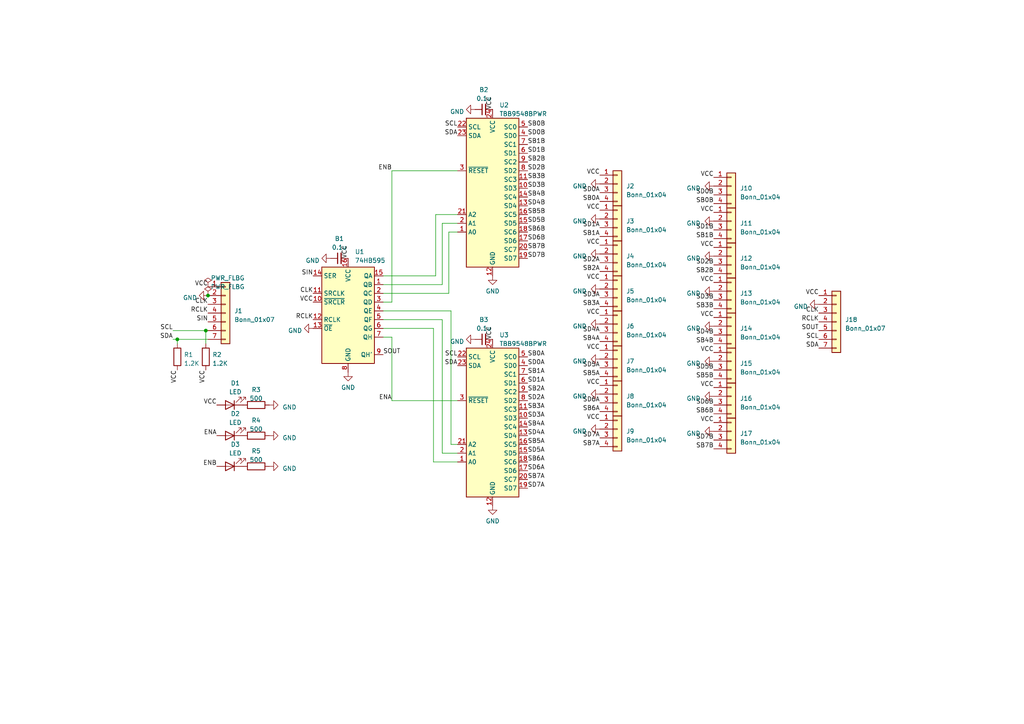
<source format=kicad_sch>
(kicad_sch (version 20230121) (generator eeschema)
  (paper "A4")
  (lib_symbols
    (symbol "74xx:74HC595"
      (property "Reference" "U" (at -7.62 13.97 0))
      (property "Value" "74HC595" (at -7.62 -16.51 0))
      (symbol "74HC595_1_0"
        (pin tri_state line (at 10.16 7.62 180) (length 2.54) (name "QB") (number "1"))
        (pin input line (at -10.16 2.54 0) (length 2.54) (name "~{SRCLR}") (number "10"))
        (pin input line (at -10.16 5.08 0) (length 2.54) (name "SRCLK") (number "11"))
        (pin input line (at -10.16 -2.54 0) (length 2.54) (name "RCLK") (number "12"))
        (pin input line (at -10.16 -5.08 0) (length 2.54) (name "~{OE}") (number "13"))
        (pin input line (at -10.16 10.16 0) (length 2.54) (name "SER") (number "14"))
        (pin tri_state line (at 10.16 10.16 180) (length 2.54) (name "QA") (number "15"))
        (pin power_in line (at 0 15.24 270) (length 2.54) (name "VCC") (number "16"))
        (pin tri_state line (at 10.16 5.08 180) (length 2.54) (name "QC") (number "2"))
        (pin tri_state line (at 10.16 2.54 180) (length 2.54) (name "QD") (number "3"))
        (pin tri_state line (at 10.16 0 180) (length 2.54) (name "QE") (number "4"))
        (pin tri_state line (at 10.16 -2.54 180) (length 2.54) (name "QF") (number "5"))
        (pin tri_state line (at 10.16 -5.08 180) (length 2.54) (name "QG") (number "6"))
        (pin tri_state line (at 10.16 -7.62 180) (length 2.54) (name "QH") (number "7"))
        (pin power_in line (at 0 -17.78 90) (length 2.54) (name "GND") (number "8"))
        (pin output line (at 10.16 -12.7 180) (length 2.54) (name "QH'") (number "9"))
      )
      (symbol "74HC595_1_1"
        (rectangle (start -7.62 12.7) (end 7.62 -15.24) (stroke (width 0.254)) (fill (type background)))
      )
    )
    (symbol "Connector_Generic:Conn_01x04" (pin_names (offset 1.016) hide)
      (property "Reference" "J" (at 0 5.08 0))
      (property "Value" "Conn_01x04" (at 0 -7.62 0))
      (symbol "Conn_01x04_1_1"
        (rectangle (start -1.27 -4.953) (end 0 -5.207) (stroke (width 0.1524)))
        (rectangle (start -1.27 -2.413) (end 0 -2.667) (stroke (width 0.1524)))
        (rectangle (start -1.27 0.127) (end 0 -0.127) (stroke (width 0.1524)))
        (rectangle (start -1.27 2.667) (end 0 2.413) (stroke (width 0.1524)))
        (rectangle (start -1.27 3.81) (end 1.27 -6.35) (stroke (width 0.254)) (fill (type background)))
        (pin passive line (at -5.08 2.54 0) (length 3.81) (name "Pin_1") (number "1"))
        (pin passive line (at -5.08 0 0) (length 3.81) (name "Pin_2") (number "2"))
        (pin passive line (at -5.08 -2.54 0) (length 3.81) (name "Pin_3") (number "3"))
        (pin passive line (at -5.08 -5.08 0) (length 3.81) (name "Pin_4") (number "4"))
      )
    )
    (symbol "Connector_Generic:Conn_01x07" (pin_names (offset 1.016) hide)
      (property "Reference" "J" (at 0 10.16 0))
      (property "Value" "Conn_01x07" (at 0 -10.16 0))
      (symbol "Conn_01x07_1_1"
        (rectangle (start -1.27 -7.493) (end 0 -7.747) (stroke (width 0.1524)))
        (rectangle (start -1.27 -4.953) (end 0 -5.207) (stroke (width 0.1524)))
        (rectangle (start -1.27 -2.413) (end 0 -2.667) (stroke (width 0.1524)))
        (rectangle (start -1.27 0.127) (end 0 -0.127) (stroke (width 0.1524)))
        (rectangle (start -1.27 2.667) (end 0 2.413) (stroke (width 0.1524)))
        (rectangle (start -1.27 5.207) (end 0 4.953) (stroke (width 0.1524)))
        (rectangle (start -1.27 7.747) (end 0 7.493) (stroke (width 0.1524)))
        (rectangle (start -1.27 8.89) (end 1.27 -8.89) (stroke (width 0.254)) (fill (type background)))
        (pin passive line (at -5.08 7.62 0) (length 3.81) (name "Pin_1") (number "1"))
        (pin passive line (at -5.08 5.08 0) (length 3.81) (name "Pin_2") (number "2"))
        (pin passive line (at -5.08 2.54 0) (length 3.81) (name "Pin_3") (number "3"))
        (pin passive line (at -5.08 0 0) (length 3.81) (name "Pin_4") (number "4"))
        (pin passive line (at -5.08 -2.54 0) (length 3.81) (name "Pin_5") (number "5"))
        (pin passive line (at -5.08 -5.08 0) (length 3.81) (name "Pin_6") (number "6"))
        (pin passive line (at -5.08 -7.62 0) (length 3.81) (name "Pin_7") (number "7"))
      )
    )
    (symbol "Device:C_Small" (pin_numbers hide) (pin_names (offset 0.254) hide)
      (property "Reference" "C" (at 0.254 1.778 0))
      (property "Value" "C_Small" (at 0.254 -2.032 0))
      (symbol "C_Small_0_1"
        (polyline (pts (xy -1.524 -0.508) (xy 1.524 -0.508)) (stroke (width 0.3302)))
        (polyline (pts (xy -1.524 0.508) (xy 1.524 0.508)) (stroke (width 0.3048)))
      )
      (symbol "C_Small_1_1"
        (pin passive line (at 0 2.54 270) (length 2.032) (name "~") (number "1"))
        (pin passive line (at 0 -2.54 90) (length 2.032) (name "~") (number "2"))
      )
    )
    (symbol "Device:LED" (pin_numbers hide) (pin_names (offset 1.016) hide)
      (property "Reference" "D" (at 0 2.54 0))
      (property "Value" "LED" (at 0 -2.54 0))
      (symbol "LED_0_1"
        (polyline (pts (xy -1.27 -1.27) (xy -1.27 1.27)) (stroke (width 0.254)))
        (polyline (pts (xy -1.27 0) (xy 1.27 0)))
        (polyline (pts (xy 1.27 -1.27) (xy 1.27 1.27) (xy -1.27 0) (xy 1.27 -1.27)) (stroke (width 0.254)))
        (polyline (pts (xy -3.048 -0.762) (xy -4.572 -2.286) (xy -3.81 -2.286) (xy -4.572 -2.286) (xy -4.572 -1.524)))
        (polyline (pts (xy -1.778 -0.762) (xy -3.302 -2.286) (xy -2.54 -2.286) (xy -3.302 -2.286) (xy -3.302 -1.524)))
      )
      (symbol "LED_1_1"
        (pin passive line (at -3.81 0 0) (length 2.54) (name "K") (number "1"))
        (pin passive line (at 3.81 0 180) (length 2.54) (name "A") (number "2"))
      )
    )
    (symbol "Device:R" (pin_numbers hide) (pin_names (offset 0))
      (property "Reference" "R" (at 2.032 0 90))
      (property "Value" "R" (at 0 0 90))
      (symbol "R_0_1"
        (rectangle (start -1.016 -2.54) (end 1.016 2.54) (stroke (width 0.254)))
      )
      (symbol "R_1_1"
        (pin passive line (at 0 3.81 270) (length 1.27) (name "~") (number "1"))
        (pin passive line (at 0 -3.81 90) (length 1.27) (name "~") (number "2"))
      )
    )
    (symbol "Interface_Expansion:TCA9548APWR"
      (property "Reference" "U" (at -7.62 21.59 0))
      (property "Value" "TCA9548APWR" (at 1.016 21.59 0))
      (symbol "TCA9548APWR_0_1"
        (rectangle (start -7.62 20.32) (end 7.62 -22.86) (stroke (width 0.254)) (fill (type background)))
      )
      (symbol "TCA9548APWR_1_1"
        (pin input line (at -10.16 -12.7 0) (length 2.54) (name "A0") (number "1"))
        (pin bidirectional line (at 10.16 0 180) (length 2.54) (name "SD3") (number "10"))
        (pin output line (at 10.16 2.54 180) (length 2.54) (name "SC3") (number "11"))
        (pin power_in line (at 0 -25.4 90) (length 2.54) (name "GND") (number "12"))
        (pin bidirectional line (at 10.16 -5.08 180) (length 2.54) (name "SD4") (number "13"))
        (pin output line (at 10.16 -2.54 180) (length 2.54) (name "SC4") (number "14"))
        (pin bidirectional line (at 10.16 -10.16 180) (length 2.54) (name "SD5") (number "15"))
        (pin output line (at 10.16 -7.62 180) (length 2.54) (name "SC5") (number "16"))
        (pin bidirectional line (at 10.16 -15.24 180) (length 2.54) (name "SD6") (number "17"))
        (pin output line (at 10.16 -12.7 180) (length 2.54) (name "SC6") (number "18"))
        (pin bidirectional line (at 10.16 -20.32 180) (length 2.54) (name "SD7") (number "19"))
        (pin input line (at -10.16 -10.16 0) (length 2.54) (name "A1") (number "2"))
        (pin output line (at 10.16 -17.78 180) (length 2.54) (name "SC7") (number "20"))
        (pin input line (at -10.16 -7.62 0) (length 2.54) (name "A2") (number "21"))
        (pin input line (at -10.16 17.78 0) (length 2.54) (name "SCL") (number "22"))
        (pin bidirectional line (at -10.16 15.24 0) (length 2.54) (name "SDA") (number "23"))
        (pin power_in line (at 0 22.86 270) (length 2.54) (name "VCC") (number "24"))
        (pin input line (at -10.16 5.08 0) (length 2.54) (name "~{RESET}") (number "3"))
        (pin bidirectional line (at 10.16 15.24 180) (length 2.54) (name "SD0") (number "4"))
        (pin output line (at 10.16 17.78 180) (length 2.54) (name "SC0") (number "5"))
        (pin bidirectional line (at 10.16 10.16 180) (length 2.54) (name "SD1") (number "6"))
        (pin output line (at 10.16 12.7 180) (length 2.54) (name "SC1") (number "7"))
        (pin bidirectional line (at 10.16 5.08 180) (length 2.54) (name "SD2") (number "8"))
        (pin output line (at 10.16 7.62 180) (length 2.54) (name "SC2") (number "9"))
      )
    )
    (symbol "power:GND" (power) (pin_names (offset 0))
      (property "Value" "GND" (at 0 -3.81 0))
      (symbol "GND_0_1"
        (polyline (pts (xy 0 0) (xy 0 -1.27) (xy 1.27 -1.27) (xy 0 -2.54) (xy -1.27 -1.27) (xy 0 -1.27)))
      )
      (symbol "GND_1_1"
        (pin power_in line (at 0 0 270) (length 0) hide (name "GND") (number "1"))
      )
    )
    (symbol "power:PWR_FLAG" (power) (pin_numbers hide) (pin_names (offset 0) hide)
      (property "Value" "PWR_FLAG" (at 0 3.81 0))
      (symbol "PWR_FLAG_0_0"
        (pin power_out line (at 0 0 90) (length 0) (name "pwr") (number "1"))
      )
      (symbol "PWR_FLAG_0_1"
        (polyline (pts (xy 0 0) (xy 0 1.27) (xy -1.016 1.905) (xy 0 2.54) (xy 1.016 1.905) (xy 0 1.27)))
      )
    )
  )
  (junction (at 51.435 98.425))
  (junction (at 60.325 85.725))
  (junction (at 59.69 95.885))
  (wire (pts (xy 113.665 97.79) (xy 111.125 97.79)))
  (wire (pts (xy 132.715 133.985) (xy 125.73 133.985)))
  (wire (pts (xy 113.665 116.205) (xy 113.665 97.79)))
  (wire (pts (xy 132.715 67.31) (xy 130.175 67.31)))
  (wire (pts (xy 111.125 80.01) (xy 126.365 80.01)))
  (wire (pts (xy 125.73 95.25) (xy 111.125 95.25)))
  (wire (pts (xy 51.435 99.695) (xy 51.435 98.425)))
  (wire (pts (xy 130.175 67.31) (xy 130.175 85.09)))
  (wire (pts (xy 51.435 98.425) (xy 50.165 98.425)))
  (wire (pts (xy 126.365 62.23) (xy 132.715 62.23)))
  (wire (pts (xy 132.715 116.205) (xy 113.665 116.205)))
  (wire (pts (xy 128.27 131.445) (xy 128.27 92.71)))
  (wire (pts (xy 128.27 82.55) (xy 128.27 64.77)))
  (wire (pts (xy 130.81 128.905) (xy 130.81 90.17)))
  (wire (pts (xy 132.715 131.445) (xy 128.27 131.445)))
  (wire (pts (xy 128.27 64.77) (xy 132.715 64.77)))
  (wire (pts (xy 113.665 49.53) (xy 113.665 87.63)))
  (wire (pts (xy 51.435 98.425) (xy 60.325 98.425)))
  (wire (pts (xy 132.715 128.905) (xy 130.81 128.905)))
  (wire (pts (xy 126.365 80.01) (xy 126.365 62.23)))
  (wire (pts (xy 125.73 133.985) (xy 125.73 95.25)))
  (wire (pts (xy 130.175 85.09) (xy 111.125 85.09)))
  (wire (pts (xy 132.715 49.53) (xy 113.665 49.53)))
  (wire (pts (xy 59.69 95.885) (xy 59.69 99.695)))
  (wire (pts (xy 59.69 95.885) (xy 60.325 95.885)))
  (wire (pts (xy 111.125 82.55) (xy 128.27 82.55)))
  (wire (pts (xy 113.665 87.63) (xy 111.125 87.63)))
  (wire (pts (xy 50.165 95.885) (xy 59.69 95.885)))
  (wire (pts (xy 128.27 92.71) (xy 111.125 92.71)))
  (wire (pts (xy 130.81 90.17) (xy 111.125 90.17)))
  (label "SB0B" (at 153.035 36.83 0))
  (label "VCC" (at 142.875 31.75 90))
  (label "SD3B" (at 153.035 54.61 0))
  (label "SCL" (at 132.715 36.83 180))
  (label "SD3B" (at 207.01 86.995 180))
  (label "SB4A" (at 153.035 123.825 0))
  (label "VCC" (at 142.875 98.425 90))
  (label "SD5B" (at 153.035 64.77 0))
  (label "VCC" (at 173.99 50.8 180))
  (label "SB1B" (at 153.035 41.91 0))
  (label "SB3B" (at 153.035 52.07 0))
  (label "SD7B" (at 207.01 127.635 180))
  (label "SD5B" (at 207.01 107.315 180))
  (label "ENA" (at 62.865 126.365 180))
  (label "SD7A" (at 153.035 141.605 0))
  (label "SD2B" (at 153.035 49.53 0))
  (label "SD5A" (at 173.99 106.68 180))
  (label "SB2A" (at 173.99 78.74 180))
  (label "VCC" (at 207.01 92.075 180))
  (label "SB5B" (at 207.01 109.855 180))
  (label "SB1A" (at 153.035 108.585 0))
  (label "RCLK" (at 90.805 92.71 180))
  (label "SB4B" (at 153.035 57.15 0))
  (label "SB5A" (at 153.035 128.905 0))
  (label "VCC" (at 173.99 91.44 180))
  (label "SB7B" (at 153.035 72.39 0))
  (label "CLK" (at 60.325 88.265 180))
  (label "SB6A" (at 153.035 133.985 0))
  (label "SB2A" (at 153.035 113.665 0))
  (label "SD0B" (at 207.01 56.515 180))
  (label "VCC" (at 59.69 107.315 270))
  (label "VCC" (at 51.435 107.315 270))
  (label "ENB" (at 62.865 135.255 180))
  (label "SD5A" (at 153.035 131.445 0))
  (label "SD7A" (at 173.99 127 180))
  (label "SB3B" (at 207.01 89.535 180))
  (label "SDA" (at 132.715 39.37 180))
  (label "SB2B" (at 153.035 46.99 0))
  (label "VCC" (at 173.99 81.28 180))
  (label "SDA" (at 237.49 100.965 180))
  (label "VCC" (at 100.965 74.93 90))
  (label "SB5B" (at 153.035 62.23 0))
  (label "SD0B" (at 153.035 39.37 0))
  (label "SIN" (at 90.805 80.01 180))
  (label "CLK" (at 90.805 85.09 180))
  (label "VCC" (at 207.01 112.395 180))
  (label "RCLK" (at 60.325 90.805 180))
  (label "VCC" (at 207.01 102.235 180))
  (label "SD4A" (at 173.99 96.52 180))
  (label "SD6A" (at 153.035 136.525 0))
  (label "SB2B" (at 207.01 79.375 180))
  (label "VCC" (at 207.01 71.755 180))
  (label "VCC" (at 173.99 101.6 180))
  (label "SB7A" (at 173.99 129.54 180))
  (label "SD0A" (at 173.99 55.88 180))
  (label "SB6B" (at 153.035 67.31 0))
  (label "SCL" (at 50.165 95.885 180))
  (label "SD6B" (at 153.035 69.85 0))
  (label "SB7B" (at 207.01 130.175 180))
  (label "SD2B" (at 207.01 76.835 180))
  (label "SB0A" (at 153.035 103.505 0))
  (label "SB5A" (at 173.99 109.22 180))
  (label "SB3A" (at 153.035 118.745 0))
  (label "SB4A" (at 173.99 99.06 180))
  (label "SD6A" (at 173.99 116.84 180))
  (label "SCL" (at 237.49 98.425 180))
  (label "VCC" (at 173.99 60.96 180))
  (label "VCC" (at 207.01 122.555 180))
  (label "SOUT" (at 111.125 102.87 0))
  (label "VCC" (at 237.49 85.725 180))
  (label "ENA" (at 113.665 116.205 180))
  (label "SD6B" (at 207.01 117.475 180))
  (label "SB1B" (at 207.01 69.215 180))
  (label "VCC" (at 90.805 87.63 180))
  (label "SB3A" (at 173.99 88.9 180))
  (label "SB7A" (at 153.035 139.065 0))
  (label "SB6A" (at 173.99 119.38 180))
  (label "SD3A" (at 173.99 86.36 180))
  (label "SB0A" (at 173.99 58.42 180))
  (label "VCC" (at 62.865 117.475 180))
  (label "SD1B" (at 153.035 44.45 0))
  (label "ENB" (at 113.665 49.53 180))
  (label "SB1A" (at 173.99 68.58 180))
  (label "CLK" (at 237.49 90.805 180))
  (label "SD2A" (at 173.99 76.2 180))
  (label "SD4A" (at 153.035 126.365 0))
  (label "SD4B" (at 207.01 97.155 180))
  (label "SD2A" (at 153.035 116.205 0))
  (label "SB4B" (at 207.01 99.695 180))
  (label "SIN" (at 60.325 93.345 180))
  (label "SD7B" (at 153.035 74.93 0))
  (label "VCC" (at 173.99 71.12 180))
  (label "VCC" (at 207.01 61.595 180))
  (label "SB6B" (at 207.01 120.015 180))
  (label "VCC" (at 207.01 51.435 180))
  (label "SB0B" (at 207.01 59.055 180))
  (label "SCL" (at 132.715 103.505 180))
  (label "SDA" (at 50.165 98.425 180))
  (label "VCC" (at 173.99 121.92 180))
  (label "SD1A" (at 153.035 111.125 0))
  (label "SD1A" (at 173.99 66.04 180))
  (label "VCC" (at 60.325 83.185 180))
  (label "SD0A" (at 153.035 106.045 0))
  (label "RCLK" (at 237.49 93.345 180))
  (label "SD4B" (at 153.035 59.69 0))
  (label "SD1B" (at 207.01 66.675 180))
  (label "SOUT" (at 237.49 95.885 180))
  (label "SDA" (at 132.715 106.045 180))
  (label "VCC" (at 173.99 111.76 180))
  (label "SD3A" (at 153.035 121.285 0))
  (label "VCC" (at 207.01 81.915 180))
  (symbol (lib_id "Device:R") (at 74.295 126.365 90) (unit 1)
    (property "Reference" "R4" (at 74.295 121.92 90))
    (property "Value" "500" (at 74.295 124.46 90))
    (property "Footprint" "Resistor_SMD:R_0402_1005Metric" (effects hide))
  )
  (symbol (lib_id "Connector_Generic:Conn_01x04") (at 212.09 64.135 0) (unit 1)
    (property "Reference" "J11" (at 214.63 64.77 0) (effects (justify left)))
    (property "Value" "Bonn_01x04" (at 214.63 67.31 0) (effects (justify left)))
    (property "Footprint" "Connector_PinHeader_2.54mm:PinHeader_1x04_P2.54mm_Vertical" (effects hide))
  )
  (symbol (lib_id "Device:C_Small") (at 98.425 74.93 90) (unit 1)
    (property "Reference" "B1" (at 98.4313 69.215 90))
    (property "Value" "0.1u" (at 98.4313 71.755 90))
    (property "Footprint" "Capacitor_SMD:C_0402_1005Metric" (effects hide))
  )
  (symbol (lib_id "power:GND") (at 142.875 80.01 0) (unit 1)
    (property "Reference" "#PWR09" (effects hide))
    (property "Value" "GND" (at 142.875 84.455 0))
  )
  (symbol (lib_id "power:GND") (at 173.99 83.82 270) (unit 1)
    (property "Reference" "#PWR012" (effects hide))
    (property "Value" "GND" (at 170.18 84.455 90) (effects (justify right)))
  )
  (symbol (lib_id "power:GND") (at 78.105 126.365 90) (unit 1)
    (property "Reference" "#PWR027" (effects hide))
    (property "Value" "GND" (at 81.915 127 90) (effects (justify right)))
  )
  (symbol (lib_id "Connector_Generic:Conn_01x04") (at 179.07 104.14 0) (unit 1)
    (property "Reference" "J7" (at 181.61 104.775 0) (effects (justify left)))
    (property "Value" "Bonn_01x04" (at 181.61 107.315 0) (effects (justify left)))
    (property "Footprint" "Connector_PinHeader_2.54mm:PinHeader_1x04_P2.54mm_Vertical" (effects hide))
  )
  (symbol (lib_id "power:GND") (at 173.99 124.46 270) (unit 1)
    (property "Reference" "#PWR024" (effects hide))
    (property "Value" "GND" (at 170.18 125.095 90) (effects (justify right)))
  )
  (symbol (lib_id "power:GND") (at 137.795 31.75 270) (unit 1)
    (property "Reference" "#PWR01" (effects hide))
    (property "Value" "GND" (at 134.62 32.385 90) (effects (justify right)))
  )
  (symbol (lib_id "power:GND") (at 60.325 85.725 270) (unit 1)
    (property "Reference" "#PWR010" (effects hide))
    (property "Value" "GND" (at 57.15 86.36 90) (effects (justify right)))
  )
  (symbol (lib_id "power:GND") (at 207.01 74.295 270) (unit 1)
    (property "Reference" "#PWR07" (effects hide))
    (property "Value" "GND" (at 203.2 74.93 90) (effects (justify right)))
  )
  (symbol (lib_id "power:GND") (at 78.105 135.255 90) (unit 1)
    (property "Reference" "#PWR028" (effects hide))
    (property "Value" "GND" (at 81.915 135.89 90) (effects (justify right)))
  )
  (symbol (lib_id "power:GND") (at 173.99 53.34 270) (unit 1)
    (property "Reference" "#PWR03" (effects hide))
    (property "Value" "GND" (at 170.18 53.975 90) (effects (justify right)))
  )
  (symbol (lib_id "Connector_Generic:Conn_01x04") (at 212.09 84.455 0) (unit 1)
    (property "Reference" "J13" (at 214.63 85.09 0) (effects (justify left)))
    (property "Value" "Bonn_01x04" (at 214.63 87.63 0) (effects (justify left)))
    (property "Footprint" "Connector_PinHeader_2.54mm:PinHeader_1x04_P2.54mm_Vertical" (effects hide))
  )
  (symbol (lib_id "Device:LED") (at 66.675 117.475 180) (unit 1)
    (property "Reference" "D1" (at 68.2625 111.125 0))
    (property "Value" "LED" (at 68.2625 113.665 0))
    (property "Footprint" "LED_SMD:LED_0603_1608Metric" (effects hide))
  )
  (symbol (lib_id "Device:R") (at 51.435 103.505 0) (unit 1)
    (property "Reference" "R1" (at 53.34 102.87 0) (effects (justify left)))
    (property "Value" "1.2K" (at 53.34 105.41 0) (effects (justify left)))
    (property "Footprint" "Resistor_SMD:R_0402_1005Metric" (effects hide))
  )
  (symbol (lib_id "Connector_Generic:Conn_01x04") (at 179.07 114.3 0) (unit 1)
    (property "Reference" "J8" (at 181.61 114.935 0) (effects (justify left)))
    (property "Value" "Bonn_01x04" (at 181.61 117.475 0) (effects (justify left)))
    (property "Footprint" "Connector_PinHeader_2.54mm:PinHeader_1x04_P2.54mm_Vertical" (effects hide))
  )
  (symbol (lib_id "Connector_Generic:Conn_01x07") (at 242.57 93.345 0) (unit 1)
    (property "Reference" "J18" (at 245.11 92.71 0) (effects (justify left)))
    (property "Value" "Bonn_01x07" (at 245.11 95.25 0) (effects (justify left)))
    (property "Footprint" "Connector_PinHeader_2.54mm:PinHeader_1x07_P2.54mm_Vertical" (effects hide))
  )
  (symbol (lib_id "Connector_Generic:Conn_01x04") (at 179.07 73.66 0) (unit 1)
    (property "Reference" "J4" (at 181.61 74.295 0) (effects (justify left)))
    (property "Value" "Bonn_01x04" (at 181.61 76.835 0) (effects (justify left)))
    (property "Footprint" "Connector_PinHeader_2.54mm:PinHeader_1x04_P2.54mm_Vertical" (effects hide))
  )
  (symbol (lib_id "Connector_Generic:Conn_01x04") (at 212.09 104.775 0) (unit 1)
    (property "Reference" "J15" (at 214.63 105.41 0) (effects (justify left)))
    (property "Value" "Bonn_01x04" (at 214.63 107.95 0) (effects (justify left)))
    (property "Footprint" "Connector_PinHeader_2.54mm:PinHeader_1x04_P2.54mm_Vertical" (effects hide))
  )
  (symbol (lib_id "power:GND") (at 173.99 63.5 270) (unit 1)
    (property "Reference" "#PWR05" (effects hide))
    (property "Value" "GND" (at 170.18 64.135 90) (effects (justify right)))
  )
  (symbol (lib_id "power:GND") (at 207.01 104.775 270) (unit 1)
    (property "Reference" "#PWR018" (effects hide))
    (property "Value" "GND" (at 203.2 105.41 90) (effects (justify right)))
  )
  (symbol (lib_id "power:GND") (at 207.01 53.975 270) (unit 1)
    (property "Reference" "#PWR02" (effects hide))
    (property "Value" "GND" (at 203.2 54.61 90) (effects (justify right)))
  )
  (symbol (lib_id "Connector_Generic:Conn_01x04") (at 212.09 125.095 0) (unit 1)
    (property "Reference" "J17" (at 214.63 125.73 0) (effects (justify left)))
    (property "Value" "Bonn_01x04" (at 214.63 128.27 0) (effects (justify left)))
    (property "Footprint" "Connector_PinHeader_2.54mm:PinHeader_1x04_P2.54mm_Vertical" (effects hide))
  )
  (symbol (lib_id "Connector_Generic:Conn_01x04") (at 179.07 63.5 0) (unit 1)
    (property "Reference" "J3" (at 181.61 64.135 0) (effects (justify left)))
    (property "Value" "Bonn_01x04" (at 181.61 66.675 0) (effects (justify left)))
    (property "Footprint" "Connector_PinHeader_2.54mm:PinHeader_1x04_P2.54mm_Vertical" (effects hide))
  )
  (symbol (lib_id "power:PWR_FLAG") (at 60.325 85.725 0) (unit 1)
    (property "Reference" "#FLG02" (effects hide))
    (property "Value" "PWR_FLBG" (at 66.04 83.185 0))
  )
  (symbol (lib_id "Connector_Generic:Conn_01x07") (at 65.405 90.805 0) (unit 1)
    (property "Reference" "J1" (at 67.945 90.17 0) (effects (justify left)))
    (property "Value" "Bonn_01x07" (at 67.945 92.71 0) (effects (justify left)))
    (property "Footprint" "Connector_PinHeader_2.54mm:PinHeader_1x07_P2.54mm_Vertical" (effects hide))
  )
  (symbol (lib_id "power:GND") (at 207.01 94.615 270) (unit 1)
    (property "Reference" "#PWR015" (effects hide))
    (property "Value" "GND" (at 203.2 95.25 90) (effects (justify right)))
  )
  (symbol (lib_id "power:GND") (at 142.875 146.685 0) (unit 1)
    (property "Reference" "#PWR025" (effects hide))
    (property "Value" "GND" (at 142.875 151.13 0))
  )
  (symbol (lib_id "power:GND") (at 207.01 125.095 270) (unit 1)
    (property "Reference" "#PWR023" (effects hide))
    (property "Value" "GND" (at 203.2 125.73 90) (effects (justify right)))
  )
  (symbol (lib_id "power:GND") (at 173.99 73.66 270) (unit 1)
    (property "Reference" "#PWR08" (effects hide))
    (property "Value" "GND" (at 170.18 74.295 90) (effects (justify right)))
  )
  (symbol (lib_id "Device:R") (at 74.295 117.475 90) (unit 1)
    (property "Reference" "R3" (at 74.295 113.03 90))
    (property "Value" "500" (at 74.295 115.57 90))
    (property "Footprint" "Resistor_SMD:R_0402_1005Metric" (effects hide))
  )
  (symbol (lib_id "Interface_Expansion:TCA9548APWR") (at 142.875 54.61 0) (unit 1)
    (property "Reference" "U2" (at 144.8309 30.48 0) (effects (justify left)))
    (property "Value" "TBB9548BPWR" (at 144.8309 33.02 0) (effects (justify left)))
    (property "Footprint" "Package_SO:TSSOP-24_4.4x7.8mm_P0.65mm" (effects hide))
    (property "Datasheet" "http://www.ti.com/lit/ds/symlink/tca9548a.pdf" (effects hide))
  )
  (symbol (lib_id "power:GND") (at 207.01 64.135 270) (unit 1)
    (property "Reference" "#PWR04" (effects hide))
    (property "Value" "GND" (at 203.2 64.77 90) (effects (justify right)))
  )
  (symbol (lib_id "Connector_Generic:Conn_01x04") (at 179.07 83.82 0) (unit 1)
    (property "Reference" "J5" (at 181.61 84.455 0) (effects (justify left)))
    (property "Value" "Bonn_01x04" (at 181.61 86.995 0) (effects (justify left)))
    (property "Footprint" "Connector_PinHeader_2.54mm:PinHeader_1x04_P2.54mm_Vertical" (effects hide))
  )
  (symbol (lib_id "power:GND") (at 173.99 104.14 270) (unit 1)
    (property "Reference" "#PWR019" (effects hide))
    (property "Value" "GND" (at 170.18 104.775 90) (effects (justify right)))
  )
  (symbol (lib_id "power:PWR_FLAG") (at 60.325 83.185 0) (unit 1)
    (property "Reference" "#FLG01" (effects hide))
    (property "Value" "PWR_FLBG" (at 66.04 80.645 0))
  )
  (symbol (lib_id "Connector_Generic:Conn_01x04") (at 179.07 124.46 0) (unit 1)
    (property "Reference" "J9" (at 181.61 125.095 0) (effects (justify left)))
    (property "Value" "Bonn_01x04" (at 181.61 127.635 0) (effects (justify left)))
    (property "Footprint" "Connector_PinHeader_2.54mm:PinHeader_1x04_P2.54mm_Vertical" (effects hide))
  )
  (symbol (lib_id "power:GND") (at 207.01 84.455 270) (unit 1)
    (property "Reference" "#PWR011" (effects hide))
    (property "Value" "GND" (at 203.2 85.09 90) (effects (justify right)))
  )
  (symbol (lib_id "Connector_Generic:Conn_01x04") (at 212.09 114.935 0) (unit 1)
    (property "Reference" "J16" (at 214.63 115.57 0) (effects (justify left)))
    (property "Value" "Bonn_01x04" (at 214.63 118.11 0) (effects (justify left)))
    (property "Footprint" "Connector_PinHeader_2.54mm:PinHeader_1x04_P2.54mm_Vertical" (effects hide))
  )
  (symbol (lib_id "Connector_Generic:Conn_01x04") (at 212.09 74.295 0) (unit 1)
    (property "Reference" "J12" (at 214.63 74.93 0) (effects (justify left)))
    (property "Value" "Bonn_01x04" (at 214.63 77.47 0) (effects (justify left)))
    (property "Footprint" "Connector_PinHeader_2.54mm:PinHeader_1x04_P2.54mm_Vertical" (effects hide))
  )
  (symbol (lib_id "power:GND") (at 90.805 95.25 270) (unit 1)
    (property "Reference" "#PWR014" (effects hide))
    (property "Value" "GND" (at 87.63 95.885 90) (effects (justify right)))
  )
  (symbol (lib_id "Connector_Generic:Conn_01x04") (at 212.09 94.615 0) (unit 1)
    (property "Reference" "J14" (at 214.63 95.25 0) (effects (justify left)))
    (property "Value" "Bonn_01x04" (at 214.63 97.79 0) (effects (justify left)))
    (property "Footprint" "Connector_PinHeader_2.54mm:PinHeader_1x04_P2.54mm_Vertical" (effects hide))
  )
  (symbol (lib_id "power:GND") (at 78.105 117.475 90) (unit 1)
    (property "Reference" "#PWR026" (effects hide))
    (property "Value" "GND" (at 81.915 118.11 90) (effects (justify right)))
  )
  (symbol (lib_id "Connector_Generic:Conn_01x04") (at 179.07 93.98 0) (unit 1)
    (property "Reference" "J6" (at 181.61 94.615 0) (effects (justify left)))
    (property "Value" "Bonn_01x04" (at 181.61 97.155 0) (effects (justify left)))
    (property "Footprint" "Connector_PinHeader_2.54mm:PinHeader_1x04_P2.54mm_Vertical" (effects hide))
  )
  (symbol (lib_id "power:GND") (at 100.965 107.95 0) (unit 1)
    (property "Reference" "#PWR020" (effects hide))
    (property "Value" "GND" (at 100.965 112.395 0))
  )
  (symbol (lib_id "Connector_Generic:Conn_01x04") (at 179.07 53.34 0) (unit 1)
    (property "Reference" "J2" (at 181.61 53.975 0) (effects (justify left)))
    (property "Value" "Bonn_01x04" (at 181.61 56.515 0) (effects (justify left)))
    (property "Footprint" "Connector_PinHeader_2.54mm:PinHeader_1x04_P2.54mm_Vertical" (effects hide))
  )
  (symbol (lib_id "power:GND") (at 95.885 74.93 270) (unit 1)
    (property "Reference" "#PWR06" (effects hide))
    (property "Value" "GND" (at 92.71 75.565 90) (effects (justify right)))
  )
  (symbol (lib_id "power:GND") (at 137.795 98.425 270) (unit 1)
    (property "Reference" "#PWR017" (effects hide))
    (property "Value" "GND" (at 134.62 99.06 90) (effects (justify right)))
  )
  (symbol (lib_id "Connector_Generic:Conn_01x04") (at 212.09 53.975 0) (unit 1)
    (property "Reference" "J10" (at 214.63 54.61 0) (effects (justify left)))
    (property "Value" "Bonn_01x04" (at 214.63 57.15 0) (effects (justify left)))
    (property "Footprint" "Connector_PinHeader_2.54mm:PinHeader_1x04_P2.54mm_Vertical" (effects hide))
  )
  (symbol (lib_id "74xx:74HC595") (at 100.965 90.17 0) (unit 1)
    (property "Reference" "U1" (at 102.9209 73.025 0) (effects (justify left)))
    (property "Value" "74HB595" (at 102.9209 75.565 0) (effects (justify left)))
    (property "Footprint" "Package_SO:TSSOP-16_4.4x5mm_P0.65mm" (effects hide))
    (property "Datasheet" "http://www.ti.com/lit/ds/symlink/sn74hc595.pdf" (effects hide))
  )
  (symbol (lib_id "Interface_Expansion:TCA9548APWR") (at 142.875 121.285 0) (unit 1)
    (property "Reference" "U3" (at 144.8309 97.155 0) (effects (justify left)))
    (property "Value" "TBB9548BPWR" (at 144.8309 99.695 0) (effects (justify left)))
    (property "Footprint" "Package_SO:TSSOP-24_4.4x7.8mm_P0.65mm" (effects hide))
    (property "Datasheet" "http://www.ti.com/lit/ds/symlink/tca9548a.pdf" (effects hide))
  )
  (symbol (lib_id "Device:C_Small") (at 140.335 98.425 90) (unit 1)
    (property "Reference" "B3" (at 140.3413 92.71 90))
    (property "Value" "0.1u" (at 140.3413 95.25 90))
    (property "Footprint" "Capacitor_SMD:C_0402_1005Metric" (effects hide))
  )
  (symbol (lib_id "power:GND") (at 173.99 93.98 270) (unit 1)
    (property "Reference" "#PWR016" (effects hide))
    (property "Value" "GND" (at 170.18 94.615 90) (effects (justify right)))
  )
  (symbol (lib_id "power:GND") (at 173.99 114.3 270) (unit 1)
    (property "Reference" "#PWR022" (effects hide))
    (property "Value" "GND" (at 170.18 114.935 90) (effects (justify right)))
  )
  (symbol (lib_id "Device:LED") (at 66.675 126.365 180) (unit 1)
    (property "Reference" "D2" (at 68.2625 120.015 0))
    (property "Value" "LED" (at 68.2625 122.555 0))
    (property "Footprint" "LED_SMD:LED_0603_1608Metric" (effects hide))
  )
  (symbol (lib_id "Device:LED") (at 66.675 135.255 180) (unit 1)
    (property "Reference" "D3" (at 68.2625 128.905 0))
    (property "Value" "LED" (at 68.2625 131.445 0))
    (property "Footprint" "LED_SMD:LED_0603_1608Metric" (effects hide))
  )
  (symbol (lib_id "Device:C_Small") (at 140.335 31.75 90) (unit 1)
    (property "Reference" "B2" (at 140.3413 26.035 90))
    (property "Value" "0.1u" (at 140.3413 28.575 90))
    (property "Footprint" "Capacitor_SMD:C_0402_1005Metric" (effects hide))
  )
  (symbol (lib_id "power:GND") (at 237.49 88.265 270) (unit 1)
    (property "Reference" "#PWR013" (effects hide))
    (property "Value" "GND" (at 234.315 88.9 90) (effects (justify right)))
  )
  (symbol (lib_id "power:GND") (at 207.01 114.935 270) (unit 1)
    (property "Reference" "#PWR021" (effects hide))
    (property "Value" "GND" (at 203.2 115.57 90) (effects (justify right)))
  )
  (symbol (lib_id "Device:R") (at 59.69 103.505 0) (unit 1)
    (property "Reference" "R2" (at 61.595 102.87 0) (effects (justify left)))
    (property "Value" "1.2K" (at 61.595 105.41 0) (effects (justify left)))
    (property "Footprint" "Resistor_SMD:R_0402_1005Metric" (effects hide))
  )
  (symbol (lib_id "Device:R") (at 74.295 135.255 90) (unit 1)
    (property "Reference" "R5" (at 74.295 130.81 90))
    (property "Value" "500" (at 74.295 133.35 90))
    (property "Footprint" "Resistor_SMD:R_0402_1005Metric" (effects hide))
  )
)
</source>
